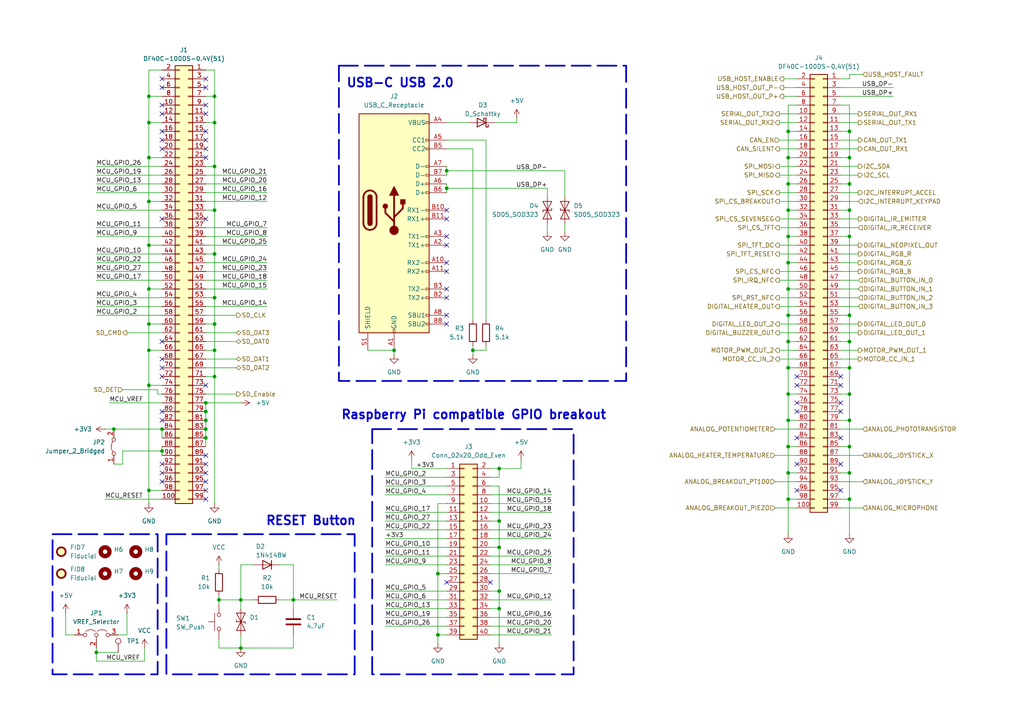
<source format=kicad_sch>
(kicad_sch (version 20231120) (generator "eeschema") (generator_version "8.0")
  (paper "A4")
  (junction (at 246.38 38.1))
  (junction (at 228.6 68.58))
  (junction (at 137.16 101.6))
  (junction (at 144.78 135.89))
  (junction (at 228.6 114.3))
  (junction (at 69.85 187.96))
  (junction (at 62.23 109.22))
  (junction (at 43.18 83.82))
  (junction (at 127 166.37))
  (junction (at 144.78 176.53))
  (junction (at 228.6 137.16))
  (junction (at 246.38 121.92))
  (junction (at 85.09 173.99))
  (junction (at 62.23 60.96))
  (junction (at 114.3 101.6))
  (junction (at 228.6 83.82))
  (junction (at 27.94 189.23))
  (junction (at 246.38 106.68))
  (junction (at 62.23 101.6))
  (junction (at 43.18 45.72))
  (junction (at 46.99 130.81))
  (junction (at 246.38 144.78))
  (junction (at 228.6 129.54))
  (junction (at 246.38 68.58))
  (junction (at 59.69 127))
  (junction (at 43.18 111.76))
  (junction (at 228.6 99.06))
  (junction (at 127 184.15))
  (junction (at 62.23 27.94))
  (junction (at 228.6 45.72))
  (junction (at 246.38 129.54))
  (junction (at 62.23 93.98))
  (junction (at 246.38 91.44))
  (junction (at 228.6 121.92))
  (junction (at 62.23 73.66))
  (junction (at 62.23 48.26))
  (junction (at 43.18 101.6))
  (junction (at 228.6 144.78))
  (junction (at 43.18 142.24))
  (junction (at 129.54 54.61))
  (junction (at 59.69 116.84))
  (junction (at 59.69 124.46))
  (junction (at 43.18 71.12))
  (junction (at 43.18 35.56))
  (junction (at 228.6 60.96))
  (junction (at 246.38 45.72))
  (junction (at 246.38 53.34))
  (junction (at 246.38 99.06))
  (junction (at 62.23 86.36))
  (junction (at 43.18 58.42))
  (junction (at 46.99 124.46))
  (junction (at 228.6 38.1))
  (junction (at 69.85 173.99))
  (junction (at 246.38 137.16))
  (junction (at 59.69 121.92))
  (junction (at 129.54 49.53))
  (junction (at 246.38 114.3))
  (junction (at 43.18 93.98))
  (junction (at 59.69 119.38))
  (junction (at 228.6 76.2))
  (junction (at 228.6 106.68))
  (junction (at 246.38 60.96))
  (junction (at 63.5 173.99))
  (junction (at 33.02 124.46))
  (junction (at 62.23 35.56))
  (junction (at 228.6 91.44))
  (junction (at 43.18 27.94))
  (junction (at 144.78 151.13))
  (junction (at 228.6 53.34))
  (junction (at 144.78 171.45))
  (junction (at 144.78 158.75))
  (no_connect (at 46.99 43.18))
  (no_connect (at 46.99 30.48))
  (no_connect (at 59.69 40.64))
  (no_connect (at 231.14 119.38))
  (no_connect (at 231.14 116.84))
  (no_connect (at 129.54 60.96))
  (no_connect (at 129.54 71.12))
  (no_connect (at 59.69 25.4))
  (no_connect (at 243.84 134.62))
  (no_connect (at 129.54 68.58))
  (no_connect (at 59.69 111.76))
  (no_connect (at 59.69 144.78))
  (no_connect (at 59.69 38.1))
  (no_connect (at 59.69 30.48))
  (no_connect (at 59.69 134.62))
  (no_connect (at 231.14 142.24))
  (no_connect (at 59.69 33.02))
  (no_connect (at 46.99 99.06))
  (no_connect (at 59.69 137.16))
  (no_connect (at 129.54 86.36))
  (no_connect (at 129.54 78.74))
  (no_connect (at 243.84 119.38))
  (no_connect (at 46.99 104.14))
  (no_connect (at 231.14 127))
  (no_connect (at 129.54 83.82))
  (no_connect (at 129.54 168.91))
  (no_connect (at 46.99 40.64))
  (no_connect (at 231.14 134.62))
  (no_connect (at 46.99 121.92))
  (no_connect (at 231.14 109.22))
  (no_connect (at 59.69 45.72))
  (no_connect (at 46.99 33.02))
  (no_connect (at 46.99 137.16))
  (no_connect (at 59.69 63.5))
  (no_connect (at 59.69 22.86))
  (no_connect (at 129.54 76.2))
  (no_connect (at 243.84 111.76))
  (no_connect (at 231.14 111.76))
  (no_connect (at 46.99 106.68))
  (no_connect (at 59.69 43.18))
  (no_connect (at 59.69 139.7))
  (no_connect (at 129.54 91.44))
  (no_connect (at 46.99 139.7))
  (no_connect (at 129.54 93.98))
  (no_connect (at 243.84 142.24))
  (no_connect (at 46.99 119.38))
  (no_connect (at 46.99 63.5))
  (no_connect (at 59.69 142.24))
  (no_connect (at 46.99 25.4))
  (no_connect (at 142.24 168.91))
  (no_connect (at 129.54 63.5))
  (no_connect (at 46.99 109.22))
  (no_connect (at 243.84 109.22))
  (no_connect (at 243.84 116.84))
  (no_connect (at 46.99 38.1))
  (no_connect (at 59.69 132.08))
  (no_connect (at 46.99 134.62))
  (no_connect (at 46.99 22.86))
  (no_connect (at 243.84 127))
  (wire (pts (xy 45.72 113.03) (xy 45.72 114.3)))
  (wire (pts (xy 129.54 35.56) (xy 135.89 35.56)))
  (wire (pts (xy 111.76 140.97) (xy 129.54 140.97)))
  (wire (pts (xy 243.84 53.34) (xy 246.38 53.34)))
  (wire (pts (xy 246.38 60.96) (xy 246.38 68.58)))
  (wire (pts (xy 248.92 35.56) (xy 243.84 35.56)))
  (wire (pts (xy 27.94 189.23) (xy 34.29 189.23)))
  (wire (pts (xy 144.78 135.89) (xy 151.13 135.89)))
  (wire (pts (xy 142.24 171.45) (xy 144.78 171.45)))
  (wire (pts (xy 142.24 151.13) (xy 144.78 151.13)))
  (wire (pts (xy 250.19 147.32) (xy 243.84 147.32)))
  (wire (pts (xy 63.5 163.83) (xy 63.5 165.1)))
  (wire (pts (xy 228.6 38.1) (xy 231.14 38.1)))
  (wire (pts (xy 63.5 173.99) (xy 69.85 173.99)))
  (wire (pts (xy 59.69 68.58) (xy 77.47 68.58)))
  (wire (pts (xy 228.6 137.16) (xy 231.14 137.16)))
  (wire (pts (xy 127 146.05) (xy 127 166.37)))
  (wire (pts (xy 129.54 43.18) (xy 137.16 43.18)))
  (wire (pts (xy 43.18 111.76) (xy 43.18 142.24)))
  (wire (pts (xy 228.6 30.48) (xy 228.6 38.1)))
  (wire (pts (xy 226.06 66.04) (xy 231.14 66.04)))
  (wire (pts (xy 41.91 187.96) (xy 41.91 191.77)))
  (wire (pts (xy 69.85 163.83) (xy 69.85 173.99)))
  (wire (pts (xy 46.99 20.32) (xy 43.18 20.32)))
  (wire (pts (xy 226.06 33.02) (xy 231.14 33.02)))
  (wire (pts (xy 59.69 106.68) (xy 68.58 106.68)))
  (wire (pts (xy 243.84 71.12) (xy 248.92 71.12)))
  (wire (pts (xy 144.78 158.75) (xy 144.78 171.45)))
  (wire (pts (xy 144.78 151.13) (xy 144.78 158.75)))
  (wire (pts (xy 36.83 184.15) (xy 34.29 184.15)))
  (wire (pts (xy 59.69 116.84) (xy 59.69 119.38)))
  (wire (pts (xy 27.94 86.36) (xy 46.99 86.36)))
  (wire (pts (xy 228.6 68.58) (xy 231.14 68.58)))
  (wire (pts (xy 127 166.37) (xy 127 184.15)))
  (wire (pts (xy 129.54 54.61) (xy 158.75 54.61)))
  (wire (pts (xy 144.78 171.45) (xy 144.78 176.53)))
  (wire (pts (xy 45.72 114.3) (xy 46.99 114.3)))
  (wire (pts (xy 243.84 68.58) (xy 246.38 68.58)))
  (wire (pts (xy 246.38 129.54) (xy 246.38 137.16)))
  (wire (pts (xy 226.06 101.6) (xy 231.14 101.6)))
  (wire (pts (xy 243.84 73.66) (xy 248.92 73.66)))
  (wire (pts (xy 62.23 93.98) (xy 62.23 86.36)))
  (wire (pts (xy 59.69 81.28) (xy 77.47 81.28)))
  (wire (pts (xy 62.23 60.96) (xy 62.23 48.26)))
  (wire (pts (xy 35.56 134.62) (xy 35.56 130.81)))
  (wire (pts (xy 27.94 91.44) (xy 46.99 91.44)))
  (wire (pts (xy 59.69 58.42) (xy 77.47 58.42)))
  (wire (pts (xy 30.48 144.78) (xy 46.99 144.78)))
  (wire (pts (xy 46.99 130.81) (xy 46.99 129.54)))
  (wire (pts (xy 59.69 99.06) (xy 68.58 99.06)))
  (wire (pts (xy 46.99 124.46) (xy 46.99 127)))
  (wire (pts (xy 43.18 58.42) (xy 46.99 58.42)))
  (wire (pts (xy 85.09 187.96) (xy 69.85 187.96)))
  (wire (pts (xy 250.19 132.08) (xy 243.84 132.08)))
  (wire (pts (xy 142.24 161.29) (xy 160.02 161.29)))
  (wire (pts (xy 142.24 143.51) (xy 160.02 143.51)))
  (wire (pts (xy 228.6 76.2) (xy 231.14 76.2)))
  (wire (pts (xy 59.69 127) (xy 59.69 129.54)))
  (wire (pts (xy 111.76 156.21) (xy 129.54 156.21)))
  (wire (pts (xy 119.38 135.89) (xy 119.38 133.35)))
  (wire (pts (xy 21.59 184.15) (xy 19.05 184.15)))
  (wire (pts (xy 243.84 60.96) (xy 246.38 60.96)))
  (wire (pts (xy 226.06 35.56) (xy 231.14 35.56)))
  (wire (pts (xy 243.84 101.6) (xy 248.92 101.6)))
  (wire (pts (xy 228.6 121.92) (xy 231.14 121.92)))
  (wire (pts (xy 33.02 134.62) (xy 35.56 134.62)))
  (wire (pts (xy 127 184.15) (xy 129.54 184.15)))
  (wire (pts (xy 140.97 40.64) (xy 140.97 92.71)))
  (wire (pts (xy 59.69 60.96) (xy 62.23 60.96)))
  (wire (pts (xy 35.56 130.81) (xy 46.99 130.81)))
  (wire (pts (xy 62.23 93.98) (xy 62.23 101.6)))
  (wire (pts (xy 43.18 58.42) (xy 43.18 71.12)))
  (wire (pts (xy 228.6 114.3) (xy 228.6 121.92)))
  (wire (pts (xy 46.99 60.96) (xy 27.94 60.96)))
  (wire (pts (xy 248.92 50.8) (xy 243.84 50.8)))
  (wire (pts (xy 142.24 135.89) (xy 144.78 135.89)))
  (wire (pts (xy 46.99 50.8) (xy 27.94 50.8)))
  (wire (pts (xy 228.6 68.58) (xy 228.6 76.2)))
  (wire (pts (xy 259.08 27.94) (xy 243.84 27.94)))
  (wire (pts (xy 246.38 21.59) (xy 246.38 22.86)))
  (wire (pts (xy 144.78 176.53) (xy 144.78 186.69)))
  (wire (pts (xy 149.86 35.56) (xy 143.51 35.56)))
  (wire (pts (xy 226.06 40.64) (xy 231.14 40.64)))
  (wire (pts (xy 246.38 144.78) (xy 246.38 154.94)))
  (wire (pts (xy 158.75 54.61) (xy 158.75 57.15)))
  (wire (pts (xy 19.05 177.8) (xy 19.05 184.15)))
  (wire (pts (xy 62.23 73.66) (xy 62.23 60.96)))
  (wire (pts (xy 142.24 173.99) (xy 160.02 173.99)))
  (wire (pts (xy 36.83 177.8) (xy 36.83 184.15)))
  (wire (pts (xy 59.69 121.92) (xy 59.69 124.46)))
  (wire (pts (xy 226.06 81.28) (xy 231.14 81.28)))
  (wire (pts (xy 228.6 91.44) (xy 228.6 99.06)))
  (wire (pts (xy 227.33 27.94) (xy 231.14 27.94)))
  (wire (pts (xy 142.24 138.43) (xy 144.78 138.43)))
  (wire (pts (xy 248.92 43.18) (xy 243.84 43.18)))
  (wire (pts (xy 246.38 68.58) (xy 246.38 91.44)))
  (wire (pts (xy 46.99 73.66) (xy 27.94 73.66)))
  (wire (pts (xy 63.5 172.72) (xy 63.5 173.99)))
  (wire (pts (xy 43.18 35.56) (xy 43.18 45.72)))
  (wire (pts (xy 259.08 25.4) (xy 243.84 25.4)))
  (wire (pts (xy 142.24 163.83) (xy 160.02 163.83)))
  (wire (pts (xy 227.33 25.4) (xy 231.14 25.4)))
  (wire (pts (xy 228.6 60.96) (xy 231.14 60.96)))
  (wire (pts (xy 111.76 173.99) (xy 129.54 173.99)))
  (wire (pts (xy 228.6 83.82) (xy 228.6 91.44)))
  (wire (pts (xy 31.75 116.84) (xy 46.99 116.84)))
  (wire (pts (xy 69.85 163.83) (xy 73.66 163.83)))
  (wire (pts (xy 59.69 114.3) (xy 68.58 114.3)))
  (wire (pts (xy 243.84 78.74) (xy 248.92 78.74)))
  (wire (pts (xy 129.54 40.64) (xy 140.97 40.64)))
  (wire (pts (xy 243.84 88.9) (xy 248.92 88.9)))
  (wire (pts (xy 46.99 81.28) (xy 27.94 81.28)))
  (wire (pts (xy 43.18 27.94) (xy 43.18 35.56)))
  (wire (pts (xy 158.75 64.77) (xy 158.75 67.31)))
  (wire (pts (xy 140.97 101.6) (xy 137.16 101.6)))
  (wire (pts (xy 59.69 124.46) (xy 59.69 127)))
  (wire (pts (xy 62.23 20.32) (xy 59.69 20.32)))
  (wire (pts (xy 59.69 101.6) (xy 62.23 101.6)))
  (wire (pts (xy 59.69 55.88) (xy 77.47 55.88)))
  (wire (pts (xy 46.99 53.34) (xy 27.94 53.34)))
  (wire (pts (xy 228.6 121.92) (xy 228.6 129.54)))
  (wire (pts (xy 226.06 86.36) (xy 231.14 86.36)))
  (wire (pts (xy 243.84 137.16) (xy 246.38 137.16)))
  (wire (pts (xy 243.84 121.92) (xy 246.38 121.92)))
  (wire (pts (xy 142.24 158.75) (xy 144.78 158.75)))
  (wire (pts (xy 224.79 124.46) (xy 231.14 124.46)))
  (wire (pts (xy 228.6 30.48) (xy 231.14 30.48)))
  (wire (pts (xy 248.92 55.88) (xy 243.84 55.88)))
  (wire (pts (xy 246.38 30.48) (xy 246.38 38.1)))
  (wire (pts (xy 43.18 111.76) (xy 46.99 111.76)))
  (wire (pts (xy 243.84 114.3) (xy 246.38 114.3)))
  (wire (pts (xy 224.79 132.08) (xy 231.14 132.08)))
  (wire (pts (xy 243.84 81.28) (xy 248.92 81.28)))
  (wire (pts (xy 129.54 49.53) (xy 163.83 49.53)))
  (wire (pts (xy 129.54 176.53) (xy 111.76 176.53)))
  (wire (pts (xy 228.6 45.72) (xy 231.14 45.72)))
  (wire (pts (xy 228.6 114.3) (xy 231.14 114.3)))
  (wire (pts (xy 129.54 179.07) (xy 111.76 179.07)))
  (wire (pts (xy 43.18 45.72) (xy 43.18 58.42)))
  (wire (pts (xy 81.28 173.99) (xy 85.09 173.99)))
  (wire (pts (xy 243.84 93.98) (xy 248.92 93.98)))
  (wire (pts (xy 243.84 96.52) (xy 248.92 96.52)))
  (wire (pts (xy 142.24 148.59) (xy 160.02 148.59)))
  (wire (pts (xy 246.38 22.86) (xy 243.84 22.86)))
  (wire (pts (xy 43.18 27.94) (xy 46.99 27.94)))
  (wire (pts (xy 243.84 106.68) (xy 246.38 106.68)))
  (wire (pts (xy 62.23 48.26) (xy 62.23 35.56)))
  (wire (pts (xy 246.38 45.72) (xy 246.38 53.34)))
  (wire (pts (xy 59.69 66.04) (xy 77.47 66.04)))
  (wire (pts (xy 144.78 138.43) (xy 144.78 135.89)))
  (wire (pts (xy 111.76 143.51) (xy 129.54 143.51)))
  (wire (pts (xy 142.24 184.15) (xy 160.02 184.15)))
  (wire (pts (xy 35.56 113.03) (xy 45.72 113.03)))
  (wire (pts (xy 36.83 96.52) (xy 46.99 96.52)))
  (wire (pts (xy 243.84 86.36) (xy 248.92 86.36)))
  (wire (pts (xy 142.24 179.07) (xy 160.02 179.07)))
  (wire (pts (xy 111.76 158.75) (xy 129.54 158.75)))
  (wire (pts (xy 59.69 119.38) (xy 59.69 121.92)))
  (wire (pts (xy 43.18 142.24) (xy 46.99 142.24)))
  (wire (pts (xy 129.54 171.45) (xy 111.76 171.45)))
  (wire (pts (xy 243.84 129.54) (xy 246.38 129.54)))
  (wire (pts (xy 85.09 173.99) (xy 97.79 173.99)))
  (wire (pts (xy 81.28 163.83) (xy 85.09 163.83)))
  (wire (pts (xy 69.85 176.53) (xy 69.85 173.99)))
  (wire (pts (xy 250.19 124.46) (xy 243.84 124.46)))
  (wire (pts (xy 129.54 49.53) (xy 129.54 50.8)))
  (wire (pts (xy 27.94 189.23) (xy 27.94 187.96)))
  (wire (pts (xy 62.23 101.6) (xy 62.23 109.22)))
  (wire (pts (xy 43.18 101.6) (xy 43.18 111.76)))
  (wire (pts (xy 27.94 78.74) (xy 46.99 78.74)))
  (wire (pts (xy 85.09 163.83) (xy 85.09 173.99)))
  (wire (pts (xy 228.6 99.06) (xy 228.6 106.68)))
  (wire (pts (xy 69.85 173.99) (xy 73.66 173.99)))
  (wire (pts (xy 246.38 30.48) (xy 243.84 30.48)))
  (wire (pts (xy 59.69 48.26) (xy 62.23 48.26)))
  (wire (pts (xy 46.99 48.26) (xy 27.94 48.26)))
  (wire (pts (xy 85.09 184.15) (xy 85.09 187.96)))
  (wire (pts (xy 243.84 38.1) (xy 246.38 38.1)))
  (wire (pts (xy 226.06 58.42) (xy 231.14 58.42)))
  (wire (pts (xy 27.94 88.9) (xy 46.99 88.9)))
  (wire (pts (xy 243.84 91.44) (xy 246.38 91.44)))
  (wire (pts (xy 243.84 45.72) (xy 246.38 45.72)))
  (wire (pts (xy 144.78 140.97) (xy 144.78 151.13)))
  (wire (pts (xy 46.99 66.04) (xy 27.94 66.04)))
  (wire (pts (xy 248.92 48.26) (xy 243.84 48.26)))
  (wire (pts (xy 129.54 48.26) (xy 129.54 49.53)))
  (wire (pts (xy 33.02 124.46) (xy 46.99 124.46)))
  (wire (pts (xy 129.54 53.34) (xy 129.54 54.61)))
  (wire (pts (xy 250.19 21.59) (xy 246.38 21.59)))
  (wire (pts (xy 63.5 187.96) (xy 63.5 185.42)))
  (wire (pts (xy 62.23 73.66) (xy 62.23 86.36)))
  (wire (pts (xy 59.69 83.82) (xy 77.47 83.82)))
  (wire (pts (xy 246.38 53.34) (xy 246.38 60.96)))
  (wire (pts (xy 85.09 173.99) (xy 85.09 176.53)))
  (wire (pts (xy 69.85 184.15) (xy 69.85 187.96)))
  (wire (pts (xy 228.6 53.34) (xy 231.14 53.34)))
  (wire (pts (xy 129.54 153.67) (xy 111.76 153.67)))
  (wire (pts (xy 149.86 34.29) (xy 149.86 35.56)))
  (wire (pts (xy 231.14 96.52) (xy 226.06 96.52)))
  (wire (pts (xy 246.38 137.16) (xy 246.38 144.78)))
  (wire (pts (xy 137.16 100.33) (xy 137.16 101.6)))
  (wire (pts (xy 59.69 116.84) (xy 69.85 116.84)))
  (wire (pts (xy 129.54 166.37) (xy 127 166.37)))
  (wire (pts (xy 27.94 55.88) (xy 46.99 55.88)))
  (wire (pts (xy 226.06 71.12) (xy 231.14 71.12)))
  (wire (pts (xy 46.99 130.81) (xy 46.99 132.08)))
  (wire (pts (xy 140.97 100.33) (xy 140.97 101.6)))
  (wire (pts (xy 228.6 129.54) (xy 231.14 129.54)))
  (wire (pts (xy 246.38 38.1) (xy 246.38 45.72)))
  (wire (pts (xy 43.18 35.56) (xy 46.99 35.56)))
  (wire (pts (xy 43.18 83.82) (xy 43.18 93.98)))
  (wire (pts (xy 43.18 93.98) (xy 46.99 93.98)))
  (wire (pts (xy 127 186.69) (xy 127 184.15)))
  (wire (pts (xy 228.6 129.54) (xy 228.6 137.16)))
  (wire (pts (xy 246.38 99.06) (xy 246.38 106.68)))
  (wire (pts (xy 246.38 91.44) (xy 246.38 99.06)))
  (wire (pts (xy 62.23 35.56) (xy 62.23 27.94)))
  (wire (pts (xy 142.24 181.61) (xy 160.02 181.61)))
  (wire (pts (xy 59.69 73.66) (xy 62.23 73.66)))
  (wire (pts (xy 59.69 93.98) (xy 62.23 93.98)))
  (wire (pts (xy 43.18 71.12) (xy 46.99 71.12)))
  (wire (pts (xy 248.92 40.64) (xy 243.84 40.64)))
  (wire (pts (xy 43.18 71.12) (xy 43.18 83.82)))
  (wire (pts (xy 27.94 191.77) (xy 27.94 189.23)))
  (wire (pts (xy 63.5 173.99) (xy 63.5 175.26)))
  (wire (pts (xy 59.69 109.22) (xy 62.23 109.22)))
  (wire (pts (xy 129.54 148.59) (xy 111.76 148.59)))
  (wire (pts (xy 231.14 50.8) (xy 226.06 50.8)))
  (wire (pts (xy 137.16 101.6) (xy 137.16 102.87)))
  (wire (pts (xy 226.06 73.66) (xy 231.14 73.66)))
  (wire (pts (xy 43.18 93.98) (xy 43.18 101.6)))
  (wire (pts (xy 246.38 106.68) (xy 246.38 114.3)))
  (wire (pts (xy 111.76 151.13) (xy 129.54 151.13)))
  (wire (pts (xy 142.24 153.67) (xy 160.02 153.67)))
  (wire (pts (xy 243.84 63.5) (xy 248.92 63.5)))
  (wire (pts (xy 62.23 109.22) (xy 62.23 146.05)))
  (wire (pts (xy 142.24 140.97) (xy 144.78 140.97)))
  (wire (pts (xy 228.6 60.96) (xy 228.6 68.58)))
  (wire (pts (xy 228.6 144.78) (xy 228.6 154.94)))
  (wire (pts (xy 43.18 83.82) (xy 46.99 83.82)))
  (wire (pts (xy 142.24 156.21) (xy 160.02 156.21)))
  (wire (pts (xy 59.69 104.14) (xy 68.58 104.14)))
  (wire (pts (xy 62.23 27.94) (xy 62.23 20.32)))
  (wire (pts (xy 119.38 135.89) (xy 129.54 135.89)))
  (wire (pts (xy 243.84 76.2) (xy 248.92 76.2)))
  (wire (pts (xy 231.14 48.26) (xy 226.06 48.26)))
  (wire (pts (xy 250.19 139.7) (xy 243.84 139.7)))
  (wire (pts (xy 228.6 83.82) (xy 231.14 83.82)))
  (wire (pts (xy 59.69 27.94) (xy 62.23 27.94)))
  (wire (pts (xy 243.84 83.82) (xy 248.92 83.82)))
  (wire (pts (xy 248.92 104.14) (xy 243.84 104.14)))
  (wire (pts (xy 224.79 147.32) (xy 231.14 147.32)))
  (wire (pts (xy 246.38 114.3) (xy 246.38 121.92)))
  (wire (pts (xy 226.06 78.74) (xy 231.14 78.74)))
  (wire (pts (xy 43.18 142.24) (xy 43.18 146.05)))
  (wire (pts (xy 59.69 50.8) (xy 77.47 50.8)))
  (wire (pts (xy 59.69 53.34) (xy 77.47 53.34)))
  (wire (pts (xy 226.06 104.14) (xy 231.14 104.14)))
  (wire (pts (xy 228.6 99.06) (xy 231.14 99.06)))
  (wire (pts (xy 248.92 33.02) (xy 243.84 33.02)))
  (wire (pts (xy 129.54 54.61) (xy 129.54 55.88)))
  (wire (pts (xy 27.94 68.58) (xy 46.99 68.58)))
  (wire (pts (xy 137.16 43.18) (xy 137.16 92.71)))
  (wire (pts (xy 163.83 64.77) (xy 163.83 67.31)))
  (wire (pts (xy 231.14 88.9) (xy 226.06 88.9)))
  (wire (pts (xy 243.84 144.78) (xy 246.38 144.78)))
  (wire (pts (xy 228.6 45.72) (xy 228.6 53.34)))
  (wire (pts (xy 226.06 43.18) (xy 231.14 43.18)))
  (wire (pts (xy 59.69 71.12) (xy 77.47 71.12)))
  (wire (pts (xy 59.69 96.52) (xy 68.58 96.52)))
  (wire (pts (xy 231.14 22.86) (xy 227.33 22.86)))
  (wire (pts (xy 228.6 144.78) (xy 231.14 144.78)))
  (wire (pts (xy 248.92 58.42) (xy 243.84 58.42)))
  (wire (pts (xy 231.14 55.88) (xy 226.06 55.88)))
  (wire (pts (xy 129.54 181.61) (xy 111.76 181.61)))
  (wire (pts (xy 228.6 76.2) (xy 228.6 83.82)))
  (wire (pts (xy 69.85 187.96) (xy 63.5 187.96)))
  (wire (pts (xy 228.6 106.68) (xy 228.6 114.3)))
  (wire (pts (xy 129.54 146.05) (xy 127 146.05)))
  (wire (pts (xy 129.54 161.29) (xy 111.76 161.29)))
  (wire (pts (xy 62.23 86.36) (xy 59.69 86.36)))
  (wire (pts (xy 243.84 99.06) (xy 246.38 99.06)))
  (wire (pts (xy 228.6 53.34) (xy 228.6 60.96)))
  (wire (pts (xy 228.6 137.16) (xy 228.6 144.78)))
  (wire (pts (xy 231.14 93.98) (xy 226.06 93.98)))
  (wire (pts (xy 142.24 146.05) (xy 160.02 146.05)))
  (wire (pts (xy 111.76 163.83) (xy 129.54 163.83)))
  (wire (pts (xy 243.84 66.04) (xy 248.92 66.04)))
  (wire (pts (xy 226.06 63.5) (xy 231.14 63.5)))
  (wire (pts (xy 46.99 76.2) (xy 27.94 76.2)))
  (wire (pts (xy 46.99 101.6) (xy 43.18 101.6)))
  (wire (pts (xy 59.69 35.56) (xy 62.23 35.56)))
  (wire (pts (xy 43.18 20.32) (xy 43.18 27.94)))
  (wire (pts (xy 59.69 76.2) (xy 77.47 76.2)))
  (wire (pts (xy 246.38 121.92) (xy 246.38 129.54)))
  (wire (pts (xy 228.6 38.1) (xy 228.6 45.72)))
  (wire (pts (xy 59.69 78.74) (xy 77.47 78.74)))
  (wire (pts (xy 59.69 91.44) (xy 68.58 91.44)))
  (wire (pts (xy 151.13 135.89) (xy 151.13 133.35)))
  (wire (pts (xy 228.6 91.44) (xy 231.14 91.44)))
  (wire (pts (xy 59.69 88.9) (xy 77.47 88.9)))
  (wire (pts (xy 142.24 176.53) (xy 144.78 176.53)))
  (wire (pts (xy 228.6 106.68) (xy 231.14 106.68)))
  (wire (pts (xy 30.48 124.46) (xy 33.02 124.46)))
  (wire (pts (xy 111.76 138.43) (xy 129.54 138.43)))
  (wire (pts (xy 142.24 166.37) (xy 160.02 166.37)))
  (wire (pts (xy 106.68 101.6) (xy 114.3 101.6)))
  (wire (pts (xy 224.79 139.7) (xy 231.14 139.7)))
  (wire (pts (xy 27.94 191.77) (xy 41.91 191.77)))
  (wire (pts (xy 43.18 45.72) (xy 46.99 45.72)))
  (wire (pts (xy 114.3 101.6) (xy 114.3 102.87)))
  (wire (pts (xy 163.83 49.53) (xy 163.83 57.15)))
  (rectangle (start 98.298 19.05) (end 181.61 110.49) (stroke (width 0.5) (type dash)))
  (rectangle (start 107.95 124.46) (end 166.37 195.58) (stroke (width 0.5) (type dash)))
  (rectangle (start 48.26 154.94) (end 102.87 195.58) (stroke (width 0.5) (type dash)))
  (rectangle (start 15.24 154.94) (end 45.72 195.58) (stroke (width 0.5) (type dash)))
  (text "Raspberry Pi compatible GPIO breakout\n" (at 98.806 121.92 0) (effects (font (size 2.54 2.54) (thickness 0.508) (bold yes)) (justify left bottom)))
  (text "USB-C USB 2.0\n" (at 100.33 25.654 0) (effects (font (size 2.54 2.54) (thickness 0.508) (bold yes)) (justify left bottom)))
  (text "RESET Button\n" (at 76.962 152.654 0) (effects (font (size 2.54 2.54) (thickness 0.508) (bold yes)) (justify left bottom)))
  (label "MCU_RESET" (at 30.48 144.78 0))
  (label "MCU_VREF" (at 40.64 191.77 180))
  (label "MCU_GPIO_20" (at 77.47 53.34 180))
  (label "MCU_GPIO_13" (at 27.94 53.34 0))
  (label "MCU_GPIO_27" (at 27.94 78.74 0))
  (label "MCU_GPIO_21" (at 77.47 50.8 180))
  (label "MCU_GPIO_22" (at 27.94 76.2 0))
  (label "MCU_VREF" (at 31.75 116.84 0))
  (label "MCU_GPIO_15" (at 160.02 146.05 180))
  (label "MCU_GPIO_18" (at 160.02 148.59 180))
  (label "USB_DP+" (at 158.75 54.61 180))
  (label "MCU_GPIO_14" (at 160.02 143.51 180))
  (label "MCU_GPIO_14" (at 77.47 88.9 180))
  (label "MCU_GPIO_25" (at 160.02 161.29 180))
  (label "MCU_GPIO_24" (at 160.02 156.21 180))
  (label "MCU_GPIO_22" (at 111.76 153.67 0))
  (label "MCU_GPIO_16" (at 77.47 55.88 180))
  (label "MCU_GPIO_8" (at 160.02 163.83 180))
  (label "MCU_GPIO_23" (at 77.47 78.74 180))
  (label "USB_DP-" (at 259.08 25.4 180))
  (label "MCU_RESET" (at 97.79 173.99 180))
  (label "MCU_GPIO_17" (at 111.76 148.59 0))
  (label "MCU_GPIO_11" (at 27.94 66.04 0))
  (label "MCU_GPIO_2" (at 111.76 138.43 0))
  (label "USB_DP+" (at 259.08 27.94 180))
  (label "MCU_GPIO_4" (at 27.94 86.36 0))
  (label "MCU_GPIO_8" (at 77.47 68.58 180))
  (label "MCU_GPIO_4" (at 111.76 143.51 0))
  (label "USB_DP-" (at 158.75 49.53 180))
  (label "MCU_GPIO_6" (at 111.76 173.99 0))
  (label "MCU_GPIO_7" (at 77.47 66.04 180))
  (label "MCU_GPIO_26" (at 27.94 48.26 0))
  (label "MCU_GPIO_3" (at 111.76 140.97 0))
  (label "MCU_GPIO_19" (at 111.76 179.07 0))
  (label "MCU_GPIO_17" (at 27.94 81.28 0))
  (label "MCU_GPIO_7" (at 160.02 166.37 180))
  (label "MCU_GPIO_24" (at 77.47 76.2 180))
  (label "MCU_GPIO_5" (at 27.94 60.96 0))
  (label "MCU_GPIO_12" (at 77.47 58.42 180))
  (label "MCU_GPIO_19" (at 27.94 50.8 0))
  (label "MCU_GPIO_15" (at 77.47 83.82 180))
  (label "MCU_GPIO_25" (at 77.47 71.12 180))
  (label "MCU_GPIO_26" (at 111.76 181.61 0))
  (label "MCU_GPIO_3" (at 27.94 88.9 0))
  (label "MCU_GPIO_12" (at 160.02 173.99 180))
  (label "MCU_GPIO_20" (at 160.02 181.61 180))
  (label "MCU_GPIO_16" (at 160.02 179.07 180))
  (label "MCU_GPIO_2" (at 27.94 91.44 0))
  (label "MCU_GPIO_5" (at 111.76 171.45 0))
  (label "MCU_GPIO_11" (at 111.76 161.29 0))
  (label "+3V3" (at 120.65 135.89 0))
  (label "MCU_GPIO_10" (at 111.76 158.75 0))
  (label "+3V3" (at 111.76 156.21 0))
  (label "MCU_GPIO_18" (at 77.47 81.28 180))
  (label "MCU_GPIO_9" (at 111.76 163.83 0))
  (label "MCU_GPIO_6" (at 27.94 55.88 0))
  (label "MCU_GPIO_9" (at 27.94 68.58 0))
  (label "MCU_GPIO_21" (at 160.02 184.15 180))
  (label "MCU_GPIO_10" (at 27.94 73.66 0))
  (label "MCU_GPIO_27" (at 111.76 151.13 0))
  (label "MCU_GPIO_13" (at 111.76 176.53 0))
  (label "MCU_GPIO_23" (at 160.02 153.67 180))
  (hierarchical_label "SPI_CS_TFT" (shape output) (at 226.06 66.04 180))
  (hierarchical_label "DIGITAL_BUTTON_IN_2" (shape input) (at 248.92 86.36 0))
  (hierarchical_label "ANALOG_PHOTOTRANSISTOR" (shape input) (at 250.19 124.46 0))
  (hierarchical_label "SPI_TFT_RESET" (shape output) (at 226.06 73.66 180))
  (hierarchical_label "MOTOR_PWM_OUT_2" (shape output) (at 226.06 101.6 180))
  (hierarchical_label "DIGITAL_IR_RECEIVER" (shape input) (at 248.92 66.04 0))
  (hierarchical_label "DIGITAL_LED_OUT_1" (shape output) (at 248.92 96.52 0))
  (hierarchical_label "SD_DET" (shape input) (at 35.56 113.03 180))
  (hierarchical_label "SD_DAT2" (shape bidirectional) (at 68.58 106.68 0))
  (hierarchical_label "SD_CMD" (shape output) (at 36.83 96.52 180))
  (hierarchical_label "DIGITAL_LED_OUT_0" (shape output) (at 248.92 93.98 0))
  (hierarchical_label "SPI_MOSI" (shape output) (at 226.06 48.26 180))
  (hierarchical_label "SPI_CS_NFC" (shape output) (at 226.06 78.74 180))
  (hierarchical_label "CAN_OUT_RX1" (shape output) (at 248.92 43.18 0))
  (hierarchical_label "SERIAL_OUT_TX2" (shape output) (at 226.06 33.02 180))
  (hierarchical_label "DIGITAL_RGB_R" (shape output) (at 248.92 73.66 0))
  (hierarchical_label "ANALOG_HEATER_TEMPERATURE" (shape input) (at 224.79 132.08 180))
  (hierarchical_label "MOTOR_CC_IN_1" (shape output) (at 248.92 104.14 0))
  (hierarchical_label "MOTOR_PWM_OUT_1" (shape output) (at 248.92 101.6 0))
  (hierarchical_label "SPI_CS_SEVENSEG" (shape output) (at 226.06 63.5 180))
  (hierarchical_label "USB_HOST_OUT_P-" (shape output) (at 227.33 25.4 180))
  (hierarchical_label "SPI_MISO" (shape output) (at 226.06 50.8 180))
  (hierarchical_label "SERIAL_OUT_TX1" (shape output) (at 248.92 35.56 0))
  (hierarchical_label "SERIAL_OUT_RX1" (shape output) (at 248.92 33.02 0))
  (hierarchical_label "I2C_SCL" (shape output) (at 248.92 50.8 0))
  (hierarchical_label "I2C_SDA" (shape output) (at 248.92 48.26 0))
  (hierarchical_label "DIGITAL_BUZZER_OUT" (shape output) (at 226.06 96.52 180))
  (hierarchical_label "DIGITAL_HEATER_OUT" (shape output) (at 226.06 88.9 180))
  (hierarchical_label "USB_HOST_FAULT" (shape input) (at 250.19 21.59 0))
  (hierarchical_label "DIGITAL_BUTTON_IN_1" (shape input) (at 248.92 83.82 0))
  (hierarchical_label "SD_Enable" (shape output) (at 68.58 114.3 0))
  (hierarchical_label "SPI_SCK" (shape output) (at 226.06 55.88 180))
  (hierarchical_label "DIGITAL_BUTTON_IN_0" (shape input) (at 248.92 81.28 0))
  (hierarchical_label "I2C_INTERRUPT_KEYPAD" (shape input) (at 248.92 58.42 0))
  (hierarchical_label "CAN_EN" (shape input) (at 226.06 40.64 180))
  (hierarchical_label "ANALOG_MICROPHONE" (shape input) (at 250.19 147.32 0))
  (hierarchical_label "DIGITAL_NEOPIXEL_OUT" (shape output) (at 248.92 71.12 0))
  (hierarchical_label "DIGITAL_RGB_G" (shape output) (at 248.92 76.2 0))
  (hierarchical_label "SERIAL_OUT_RX2" (shape output) (at 226.06 35.56 180))
  (hierarchical_label "DIGITAL_RGB_B" (shape output) (at 248.92 78.74 0))
  (hierarchical_label "SD_DAT0" (shape bidirectional) (at 68.58 99.06 0))
  (hierarchical_label "ANALOG_JOYSTICK_Y" (shape input) (at 250.19 139.7 0))
  (hierarchical_label "DIGITAL_IR_EMITTER" (shape output) (at 248.92 63.5 0))
  (hierarchical_label "ANALOG_POTENTIOMETER" (shape input) (at 224.79 124.46 180))
  (hierarchical_label "MOTOR_CC_IN_2" (shape output) (at 226.06 104.14 180))
  (hierarchical_label "SD_DAT3" (shape bidirectional) (at 68.58 96.52 0))
  (hierarchical_label "USB_HOST_ENABLE" (shape output) (at 227.33 22.86 180))
  (hierarchical_label "SPI_CS_BREAKOUT" (shape output) (at 226.06 58.42 180))
  (hierarchical_label "ANALOG_JOYSTICK_X" (shape input) (at 250.19 132.08 0))
  (hierarchical_label "SD_CLK" (shape output) (at 68.58 91.44 0))
  (hierarchical_label "ANALOG_BREAKOUT_PT100" (shape input) (at 224.79 139.7 180))
  (hierarchical_label "ANALOG_BREAKOUT_PIEZO" (shape input) (at 224.79 147.32 180))
  (hierarchical_label "SPI_IRQ_NFC" (shape output) (at 226.06 81.28 180))
  (hierarchical_label "SPI_RST_NFC" (shape output) (at 226.06 86.36 180))
  (hierarchical_label "DIGITAL_BUTTON_IN_3" (shape input) (at 248.92 88.9 0))
  (hierarchical_label "I2C_INTERRUPT_ACCEL" (shape output) (at 248.92 55.88 0))
  (hierarchical_label "SPI_TFT_DC" (shape output) (at 226.06 71.12 180))
  (hierarchical_label "USB_HOST_OUT_P+" (shape output) (at 227.33 27.94 180))
  (hierarchical_label "SD_DAT1" (shape bidirectional) (at 68.58 104.14 0))
  (hierarchical_label "CAN_OUT_TX1" (shape output) (at 248.92 40.64 0))
  (hierarchical_label "DIGITAL_LED_OUT_2" (shape output) (at 226.06 93.98 180))
  (hierarchical_label "CAN_SILENT" (shape output) (at 226.06 43.18 180))
  (symbol (lib_id "Mechanical:Fiducial") (at 17.78 160.02 0) (unit 1)
    (property "Reference" "FID7" (at 20.32 158.7499 0) (effects (justify left)))
    (property "Value" "Fiducial" (at 20.32 161.2899 0) (effects (justify left)))
    (property "Footprint" "Fiducial:Fiducial_1mm_Mask3mm" (effects (hide yes)))
    (property "Description" "Fiducial Marker" (effects (hide yes)))
  )
  (symbol (lib_id "Diode:SD05_SOD323") (at 158.75 60.96 270) (mirror x) (unit 1)
    (property "Reference" "D4" (at 156.21 59.6899 90) (effects (justify right)))
    (property "Value" "SD05_SOD323" (at 156.21 62.2299 90) (effects (justify right)))
    (property "Footprint" "Diode_SMD:D_SOD-323" (effects (hide yes)))
    (property "Datasheet" "https://www.littelfuse.com/~/media/electronics/datasheets/tvs_diode_arrays/littelfuse_tvs_diode_array_sd_c_datasheet.pdf.pdf" (effects (hide yes)))
    (property "Description" "5V, 450W Discrete Bidirectional TVS Diode, SOD-323" (effects (hide yes)))
  )
  (symbol (lib_id "power:+5V") (at 151.13 133.35 0) (unit 1)
    (property "Reference" "#PWR016" (effects (hide yes)))
    (property "Value" "+5V" (at 151.13 128.27 0))
    (property "Description" "Power symbol creates a global label with name \"+5V\"" (effects (hide yes)))
  )
  (symbol (lib_id "Mechanical:MountingHole") (at 30.48 166.37 0) (unit 1)
    (property "Reference" "H7" (at 33.02 165.735 0) (effects (justify left)))
    (property "Value" "MountingHole" (effects (hide yes)))
    (property "Footprint" "MountingHole:MountingHole_4.3mm_M4_ISO14580_Pad" (effects (hide yes)))
  )
  (symbol (lib_id "2x50_generic_connector:2x50_Odd-Even") (at 53.34 16.51 0) (unit 1)
    (property "Reference" "J1" (at 53.34 14.478 0))
    (property "Value" "DF40C-100DS-0.4V(51)" (at 53.34 17.018 0))
    (property "Footprint" "DF40C:HIROSE_DF40C-100DS-0.4V_51_" (effects (hide yes)))
  )
  (symbol (lib_id "Mechanical:MountingHole") (at 39.37 160.02 0) (unit 1)
    (property "Reference" "H8" (at 41.91 159.385 0) (effects (justify left)))
    (property "Value" "MountingHole" (effects (hide yes)))
    (property "Footprint" "MountingHole:MountingHole_4.3mm_M4_ISO14580_Pad" (effects (hide yes)))
  )
  (symbol (lib_id "Device:R") (at 77.47 173.99 90) (unit 1)
    (property "Reference" "R2" (at 77.47 167.64 90))
    (property "Value" "10k" (at 77.47 170.18 90))
    (property "Footprint" "Resistor_SMD:R_0603_1608Metric" (effects (hide yes)))
    (property "Datasheet" "https://www.tme.eu/hu/details/smd0603-100r/smd-ellenallasok/royal-ohm/0603saj0101t5e/" (effects (hide yes)))
  )
  (symbol (lib_id "power:VCC") (at 63.5 163.83 0) (unit 1)
    (property "Reference" "#PWR07" (effects (hide yes)))
    (property "Value" "VCC" (at 63.5 158.75 0))
    (property "Description" "Power symbol creates a global label with name \"VCC\"" (effects (hide yes)))
  )
  (symbol (lib_id "Mechanical:MountingHole") (at 30.48 160.02 0) (unit 1)
    (property "Reference" "H6" (at 33.02 159.385 0) (effects (justify left)))
    (property "Value" "MountingHole" (effects (hide yes)))
    (property "Footprint" "MountingHole:MountingHole_4.3mm_M4_ISO14580_Pad" (effects (hide yes)))
  )
  (symbol (lib_id "power:+5V") (at 69.85 116.84 270) (unit 1)
    (property "Reference" "#PWR08" (effects (hide yes)))
    (property "Value" "+5V" (at 76.2 116.84 90))
    (property "Description" "Power symbol creates a global label with name \"+5V\"" (effects (hide yes)))
  )
  (symbol (lib_id "power:GND") (at 144.78 186.69 0) (unit 1)
    (property "Reference" "#PWR014" (effects (hide yes)))
    (property "Value" "GND" (at 144.78 191.77 0))
    (property "Description" "Power symbol creates a global label with name \"GND\" , ground" (effects (hide yes)))
  )
  (symbol (lib_id "Diode:SD05_SOD323") (at 163.83 60.96 90) (unit 1)
    (property "Reference" "D5" (at 166.37 59.6899 90) (effects (justify right)))
    (property "Value" "SD05_SOD323" (at 166.37 62.2299 90) (effects (justify right)))
    (property "Footprint" "Diode_SMD:D_SOD-323" (effects (hide yes)))
    (property "Datasheet" "https://www.littelfuse.com/~/media/electronics/datasheets/tvs_diode_arrays/littelfuse_tvs_diode_array_sd_c_datasheet.pdf.pdf" (effects (hide yes)))
    (property "Description" "5V, 450W Discrete Bidirectional TVS Diode, SOD-323" (effects (hide yes)))
  )
  (symbol (lib_id "power:+3V3") (at 119.38 133.35 0) (unit 1)
    (property "Reference" "#PWR011" (effects (hide yes)))
    (property "Value" "+3V3" (at 119.38 128.27 0))
    (property "Description" "Power symbol creates a global label with name \"+3V3\"" (effects (hide yes)))
  )
  (symbol (lib_id "Diode:1N4148W") (at 77.47 163.83 180) (unit 1)
    (property "Reference" "D2" (at 74.168 158.496 0) (effects (justify right)))
    (property "Value" "1N4148W" (at 74.168 161.036 0) (effects (justify right)))
    (property "Footprint" "Diode_SMD:D_SOD-123" (effects (hide yes)))
    (property "Datasheet" "https://www.vishay.com/docs/85748/1n4148w.pdf" (effects (hide yes)))
    (property "Description" "75V 0.15A Fast Switching Diode, SOD-123" (effects (hide yes)))
    (property "Sim.Device" "D" (effects (hide yes)))
    (property "Sim.Pins" "1=K 2=A" (effects (hide yes)))
  )
  (symbol (lib_id "power:+3V3") (at 30.48 124.46 90) (unit 1)
    (property "Reference" "#PWR02" (effects (hide yes)))
    (property "Value" "+3V3" (at 26.67 124.4599 90) (effects (justify left)))
    (property "Description" "Power symbol creates a global label with name \"+3V3\"" (effects (hide yes)))
  )
  (symbol (lib_id "Connector:USB_C_Receptacle") (at 114.3 60.96 0) (unit 1)
    (property "Reference" "J2" (at 114.3 27.94 0))
    (property "Value" "USB_C_Receptacle" (at 114.3 30.48 0))
    (property "Footprint" "Connector_USB:USB_C_Receptacle_G-Switch_GT-USB-7025" (effects (hide yes)))
    (property "Datasheet" "https://www.usb.org/sites/default/files/documents/usb_type-c.zip" (effects (hide yes)))
    (property "Description" "USB Full-Featured Type-C Receptacle connector" (effects (hide yes)))
  )
  (symbol (lib_id "Device:R") (at 63.5 168.91 0) (mirror x) (unit 1)
    (property "Reference" "R1" (at 60.96 167.6399 0) (effects (justify right)))
    (property "Value" "10k" (at 60.96 170.1799 0) (effects (justify right)))
    (property "Footprint" "Resistor_SMD:R_0603_1608Metric" (effects (hide yes)))
    (property "Datasheet" "https://www.tme.eu/hu/details/smd0603-100r/smd-ellenallasok/royal-ohm/0603saj0101t5e/" (effects (hide yes)))
  )
  (symbol (lib_id "power:+5V") (at 19.05 177.8 0) (unit 1)
    (property "Reference" "#PWR01" (effects (hide yes)))
    (property "Value" "+5V" (at 19.05 172.72 0))
    (property "Description" "Power symbol creates a global label with name \"+5V\"" (effects (hide yes)))
  )
  (symbol (lib_id "power:VCC") (at 41.91 187.96 0) (unit 1)
    (property "Reference" "#PWR04" (effects (hide yes)))
    (property "Value" "VCC" (at 41.91 182.88 0))
    (property "Description" "Power symbol creates a global label with name \"VCC\"" (effects (hide yes)))
  )
  (symbol (lib_id "Mechanical:Fiducial") (at 17.78 166.37 0) (unit 1)
    (property "Reference" "FID8" (at 20.32 165.0999 0) (effects (justify left)))
    (property "Value" "Fiducial" (at 20.32 167.6399 0) (effects (justify left)))
    (property "Footprint" "Fiducial:Fiducial_1mm_Mask3mm" (effects (hide yes)))
    (property "Description" "Fiducial Marker" (effects (hide yes)))
  )
  (symbol (lib_id "Diode:SD05_SOD323") (at 69.85 180.34 90) (unit 1)
    (property "Reference" "D1" (at 72.39 179.0699 90) (effects (justify right)))
    (property "Value" "SD05_SOD323" (effects (hide yes)))
    (property "Footprint" "Diode_SMD:D_SOD-323" (effects (hide yes)))
    (property "Datasheet" "https://www.littelfuse.com/~/media/electronics/datasheets/tvs_diode_arrays/littelfuse_tvs_diode_array_sd_c_datasheet.pdf.pdf" (effects (hide yes)))
    (property "Description" "5V, 450W Discrete Bidirectional TVS Diode, SOD-323" (effects (hide yes)))
  )
  (symbol (lib_id "Device:R") (at 140.97 96.52 180) (unit 1)
    (property "Reference" "R4" (at 143.51 95.2499 0) (effects (justify right)))
    (property "Value" "5.1k" (at 143.51 97.7899 0) (effects (justify right)))
    (property "Footprint" "Resistor_SMD:R_0603_1608Metric" (effects (hide yes)))
    (property "Datasheet" "https://www.tme.eu/hu/details/smd0603-100r/smd-ellenallasok/royal-ohm/0603saj0101t5e/" (effects (hide yes)))
  )
  (symbol (lib_id "power:GND") (at 158.75 67.31 0) (unit 1)
    (property "Reference" "#PWR017" (effects (hide yes)))
    (property "Value" "GND" (at 158.75 72.39 0))
    (property "Description" "Power symbol creates a global label with name \"GND\" , ground" (effects (hide yes)))
  )
  (symbol (lib_id "power:GND") (at 163.83 67.31 0) (unit 1)
    (property "Reference" "#PWR018" (effects (hide yes)))
    (property "Value" "GND" (at 163.83 72.39 0))
    (property "Description" "Power symbol creates a global label with name \"GND\" , ground" (effects (hide yes)))
  )
  (symbol (lib_id "power:GND") (at 69.85 187.96 0) (unit 1)
    (property "Reference" "#PWR09" (effects (hide yes)))
    (property "Value" "GND" (at 69.85 193.04 0))
    (property "Description" "Power symbol creates a global label with name \"GND\" , ground" (effects (hide yes)))
  )
  (symbol (lib_id "power:GND") (at 137.16 102.87 0) (unit 1)
    (property "Reference" "#PWR013" (effects (hide yes)))
    (property "Value" "GND" (at 137.16 107.95 0))
    (property "Description" "Power symbol creates a global label with name \"GND\" , ground" (effects (hide yes)))
  )
  (symbol (lib_id "Switch:SW_Push") (at 63.5 180.34 90) (unit 1)
    (property "Reference" "SW1" (at 51.054 179.324 90) (effects (justify right)))
    (property "Value" "SW_Push" (at 51.054 181.864 90) (effects (justify right)))
    (property "Footprint" "Button_Switch_SMD:SW_Push_1P1T_NO_CK_KMR2" (effects (hide yes)))
    (property "Description" "Push button switch, generic, two pins" (effects (hide yes)))
  )
  (symbol (lib_id "power:GND") (at 127 186.69 0) (unit 1)
    (property "Reference" "#PWR012" (effects (hide yes)))
    (property "Value" "GND" (at 127 191.77 0))
    (property "Description" "Power symbol creates a global label with name \"GND\" , ground" (effects (hide yes)))
  )
  (symbol (lib_id "power:GND") (at 114.3 102.87 0) (unit 1)
    (property "Reference" "#PWR010" (effects (hide yes)))
    (property "Value" "GND" (at 114.3 107.95 0))
    (property "Description" "Power symbol creates a global label with name \"GND\" , ground" (effects (hide yes)))
  )
  (symbol (lib_id "power:GND") (at 43.18 146.05 0) (unit 1)
    (property "Reference" "#PWR05" (effects (hide yes)))
    (property "Value" "GND" (at 43.18 151.13 0))
    (property "Description" "Power symbol creates a global label with name \"GND\" , ground" (effects (hide yes)))
  )
  (symbol (lib_id "power:GND") (at 246.38 154.94 0) (unit 1)
    (property "Reference" "#PWR020" (effects (hide yes)))
    (property "Value" "GND" (at 246.38 160.02 0))
    (property "Description" "Power symbol creates a global label with name \"GND\" , ground" (effects (hide yes)))
  )
  (symbol (lib_id "power:GND") (at 62.23 146.05 0) (unit 1)
    (property "Reference" "#PWR06" (effects (hide yes)))
    (property "Value" "GND" (at 62.23 151.13 0))
    (property "Description" "Power symbol creates a global label with name \"GND\" , ground" (effects (hide yes)))
  )
  (symbol (lib_id "Jumper:Jumper_3_Open") (at 27.94 184.15 0) (unit 1)
    (property "Reference" "JP1" (at 27.94 177.8 0))
    (property "Value" "VREF_Selector" (at 27.94 180.34 0))
    (property "Footprint" "Connector_PinHeader_2.54mm:PinHeader_1x03_P2.54mm_Vertical" (effects (hide yes)))
    (property "Description" "Jumper, 3-pole, both open" (effects (hide yes)))
  )
  (symbol (lib_id "power:+3V3") (at 36.83 177.8 0) (unit 1)
    (property "Reference" "#PWR03" (effects (hide yes)))
    (property "Value" "+3V3" (at 36.83 172.72 0))
    (property "Description" "Power symbol creates a global label with name \"+3V3\"" (effects (hide yes)))
  )
  (symbol (lib_id "Jumper:Jumper_2_Bridged") (at 33.02 129.54 90) (unit 1)
    (property "Reference" "JP2" (at 30.48 128.2699 90) (effects (justify left)))
    (property "Value" "Jumper_2_Bridged" (at 30.48 130.8099 90) (effects (justify left)))
    (property "Footprint" "Connector_PinHeader_2.54mm:PinHeader_1x02_P2.54mm_Vertical" (effects (hide yes)))
    (property "Description" "Jumper, 2-pole, closed/bridged" (effects (hide yes)))
  )
  (symbol (lib_id "power:GND") (at 228.6 154.94 0) (unit 1)
    (property "Reference" "#PWR019" (effects (hide yes)))
    (property "Value" "GND" (at 228.6 160.02 0))
    (property "Description" "Power symbol creates a global label with name \"GND\" , ground" (effects (hide yes)))
  )
  (symbol (lib_id "Device:C") (at 85.09 180.34 0) (unit 1)
    (property "Reference" "C1" (at 88.9 179.0699 0) (effects (justify left)))
    (property "Value" "4.7uF" (at 88.9 181.6099 0) (effects (justify left)))
    (property "Footprint" "Capacitor_SMD:C_0805_2012Metric" (effects (hide yes)))
    (property "Description" "Unpolarized capacitor" (effects (hide yes)))
  )
  (symbol (lib_id "Connector:TestPoint") (at 34.29 189.23 0) (unit 1) (in_bom no)
    (property "Reference" "TP1" (at 36.83 185.9279 0) (effects (justify left)))
    (property "Footprint" "TestPoint:TestPoint_Pad_D3.0mm" (effects (hide yes)))
  )
  (symbol (lib_id "2x50_generic_connector:2x50_Odd-Even") (at 237.49 19.05 0) (unit 1)
    (property "Reference" "J4" (at 237.49 16.764 0))
    (property "Value" "DF40C-100DS-0.4V(51)" (at 237.49 19.304 0))
    (property "Footprint" "DF40C:HIROSE_DF40C-100DS-0.4V_51_" (effects (hide yes)))
  )
  (symbol (lib_id "power:+5V") (at 149.86 34.29 0) (unit 1)
    (property "Reference" "#PWR015" (effects (hide yes)))
    (property "Value" "+5V" (at 149.86 29.21 0))
    (property "Description" "Power symbol creates a global label with name \"+5V\"" (effects (hide yes)))
  )
  (symbol (lib_id "Connector_Generic:Conn_02x20_Odd_Even") (at 134.62 158.75 0) (unit 1)
    (property "Reference" "J3" (at 135.89 129.54 0))
    (property "Value" "Conn_02x20_Odd_Even" (at 135.89 132.08 0))
    (property "Footprint" "Connector_IDC:IDC-Header_2x20_P2.54mm_Horizontal" (effects (hide yes)))
    (property "Description" "Generic connector, double row, 02x20, odd/even pin numbering scheme (row 1 odd numbers, row 2 even numbers), script generated (kicad-library-utils/schlib/autogen/connector/)" (effects (hide yes)))
  )
  (symbol (lib_id "Device:R") (at 137.16 96.52 0) (mirror x) (unit 1)
    (property "Reference" "R3" (at 134.62 95.2499 0) (effects (justify right)))
    (property "Value" "5.1k" (at 134.62 97.7899 0) (effects (justify right)))
    (property "Footprint" "Resistor_SMD:R_0603_1608Metric" (effects (hide yes)))
    (property "Datasheet" "https://www.tme.eu/hu/details/smd0603-100r/smd-ellenallasok/royal-ohm/0603saj0101t5e/" (effects (hide yes)))
  )
  (symbol (lib_id "Mechanical:MountingHole") (at 39.37 166.37 0) (unit 1)
    (property "Reference" "H9" (at 41.91 165.735 0) (effects (justify left)))
    (property "Value" "MountingHole" (effects (hide yes)))
    (property "Footprint" "MountingHole:MountingHole_4.3mm_M4_ISO14580_Pad" (effects (hide yes)))
  )
  (symbol (lib_id "Device:D_Schottky") (at 139.7 35.56 180) (unit 1)
    (property "Reference" "D3" (at 140.0175 30.48 0))
    (property "Value" "D_Schottky" (at 140.0175 33.02 0))
    (property "Footprint" "Diode_SMD:D_SMB" (effects (hide yes)))
  )
)
</source>
